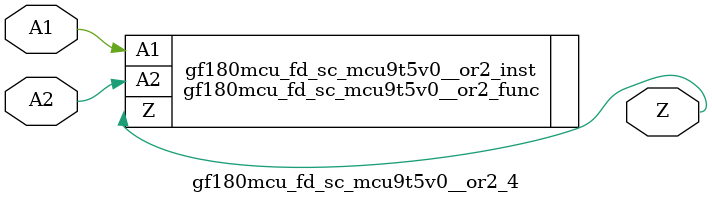
<source format=v>

`ifndef GF180MCU_FD_SC_MCU9T5V0__OR2_4_V
`define GF180MCU_FD_SC_MCU9T5V0__OR2_4_V

`include "gf180mcu_fd_sc_mcu9t5v0__or2.v"

`ifdef USE_POWER_PINS
module gf180mcu_fd_sc_mcu9t5v0__or2_4( A2, A1, Z, VDD, VSS );
inout VDD, VSS;
`else // If not USE_POWER_PINS
module gf180mcu_fd_sc_mcu9t5v0__or2_4( A2, A1, Z );
`endif // If not USE_POWER_PINS
input A1, A2;
output Z;

`ifdef USE_POWER_PINS
  gf180mcu_fd_sc_mcu9t5v0__or2_func gf180mcu_fd_sc_mcu9t5v0__or2_inst(.A2(A2),.A1(A1),.Z(Z),.VDD(VDD),.VSS(VSS));
`else // If not USE_POWER_PINS
  gf180mcu_fd_sc_mcu9t5v0__or2_func gf180mcu_fd_sc_mcu9t5v0__or2_inst(.A2(A2),.A1(A1),.Z(Z));
`endif // If not USE_POWER_PINS

`ifndef FUNCTIONAL
	// spec_gates_begin


	// spec_gates_end



   specify

	// specify_block_begin

	// comb arc A1 --> Z
	 (A1 => Z) = (1.0,1.0);

	// comb arc A2 --> Z
	 (A2 => Z) = (1.0,1.0);

	// specify_block_end

   endspecify

   `endif

endmodule
`endif // GF180MCU_FD_SC_MCU9T5V0__OR2_4_V

</source>
